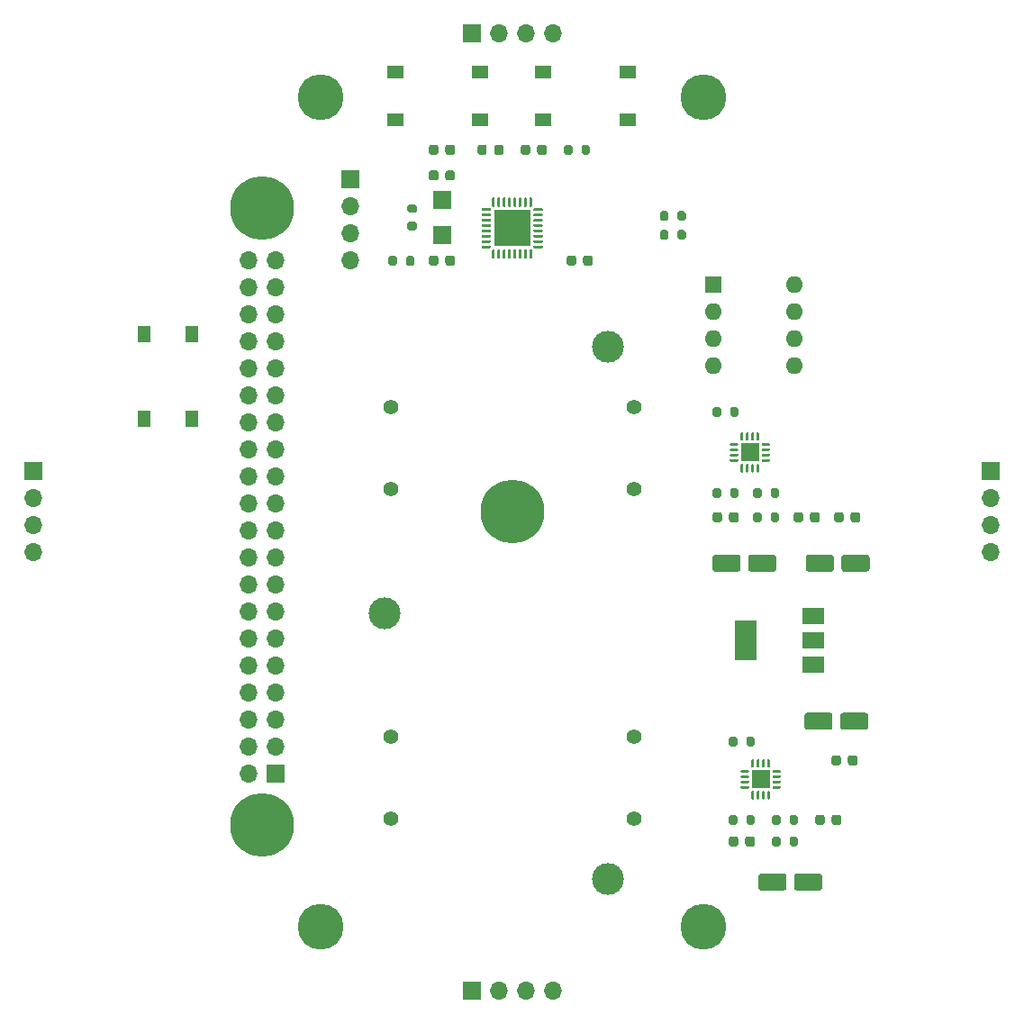
<source format=gbr>
%TF.GenerationSoftware,KiCad,Pcbnew,(5.1.9-0-10_14)*%
%TF.CreationDate,2021-04-10T08:51:35+02:00*%
%TF.ProjectId,clockclock,636c6f63-6b63-46c6-9f63-6b2e6b696361,rev?*%
%TF.SameCoordinates,Original*%
%TF.FileFunction,Soldermask,Top*%
%TF.FilePolarity,Negative*%
%FSLAX46Y46*%
G04 Gerber Fmt 4.6, Leading zero omitted, Abs format (unit mm)*
G04 Created by KiCad (PCBNEW (5.1.9-0-10_14)) date 2021-04-10 08:51:35*
%MOMM*%
%LPD*%
G01*
G04 APERTURE LIST*
%ADD10C,6.000000*%
%ADD11O,1.700000X1.700000*%
%ADD12R,1.700000X1.700000*%
%ADD13C,1.400000*%
%ADD14C,3.000000*%
%ADD15R,2.000000X1.500000*%
%ADD16R,2.000000X3.800000*%
%ADD17R,1.300000X1.550000*%
%ADD18R,1.550000X1.300000*%
%ADD19R,3.450000X3.450000*%
%ADD20R,1.800000X1.750000*%
%ADD21C,4.300000*%
%ADD22O,1.600000X1.600000*%
%ADD23R,1.600000X1.600000*%
G04 APERTURE END LIST*
D10*
%TO.C,J2*%
X-23495000Y28536000D03*
X-23495000Y-29464000D03*
D11*
X-24765000Y23666000D03*
X-22225000Y23666000D03*
X-24765000Y5886000D03*
X-22225000Y5886000D03*
X-24765000Y806000D03*
X-22225000Y806000D03*
X-24765000Y10966000D03*
X-22225000Y10966000D03*
X-24765000Y-16974000D03*
X-22225000Y-16974000D03*
X-24765000Y13506000D03*
X-22225000Y13506000D03*
X-24765000Y-4274000D03*
X-22225000Y-4274000D03*
X-24765000Y18586000D03*
X-22225000Y18586000D03*
X-24765000Y16046000D03*
X-22225000Y16046000D03*
X-24765000Y21126000D03*
X-22225000Y21126000D03*
X-24765000Y-1734000D03*
X-22225000Y-1734000D03*
X-24765000Y-14434000D03*
X-22225000Y-14434000D03*
X-24765000Y-9354000D03*
X-22225000Y-9354000D03*
X-24765000Y8426000D03*
X-22225000Y8426000D03*
X-24765000Y-11894000D03*
X-22225000Y-11894000D03*
X-24765000Y3346000D03*
X-22225000Y3346000D03*
D12*
X-22225000Y-24594000D03*
D11*
X-24765000Y-24594000D03*
X-22225000Y-19514000D03*
X-24765000Y-22054000D03*
X-24765000Y-6814000D03*
X-22225000Y-6814000D03*
X-22225000Y-22054000D03*
X-24765000Y-19514000D03*
%TD*%
D13*
%TO.C,M1*%
X-11430000Y9880000D03*
X-11430000Y2120000D03*
X-11430000Y-21120000D03*
X-11430000Y-28880000D03*
X11430000Y-28880000D03*
X11430000Y-21120000D03*
X11430000Y2120000D03*
X11430000Y9880000D03*
D14*
X9000000Y15500000D03*
X9000000Y-34500000D03*
X-12000000Y-9500000D03*
D10*
X0Y0D03*
%TD*%
D15*
%TO.C,U5*%
X28296000Y-14365000D03*
X28296000Y-9765000D03*
X28296000Y-12065000D03*
D16*
X21996000Y-12065000D03*
%TD*%
%TO.C,C16*%
G36*
G01*
X31821000Y-758000D02*
X31821000Y-258000D01*
G75*
G02*
X32046000Y-33000I225000J0D01*
G01*
X32496000Y-33000D01*
G75*
G02*
X32721000Y-258000I0J-225000D01*
G01*
X32721000Y-758000D01*
G75*
G02*
X32496000Y-983000I-225000J0D01*
G01*
X32046000Y-983000D01*
G75*
G02*
X31821000Y-758000I0J225000D01*
G01*
G37*
G36*
G01*
X30271000Y-758000D02*
X30271000Y-258000D01*
G75*
G02*
X30496000Y-33000I225000J0D01*
G01*
X30946000Y-33000D01*
G75*
G02*
X31171000Y-258000I0J-225000D01*
G01*
X31171000Y-758000D01*
G75*
G02*
X30946000Y-983000I-225000J0D01*
G01*
X30496000Y-983000D01*
G75*
G02*
X30271000Y-758000I0J225000D01*
G01*
G37*
%TD*%
%TO.C,C15*%
G36*
G01*
X30957000Y-5376000D02*
X30957000Y-4276000D01*
G75*
G02*
X31207000Y-4026000I250000J0D01*
G01*
X33357000Y-4026000D01*
G75*
G02*
X33607000Y-4276000I0J-250000D01*
G01*
X33607000Y-5376000D01*
G75*
G02*
X33357000Y-5626000I-250000J0D01*
G01*
X31207000Y-5626000D01*
G75*
G02*
X30957000Y-5376000I0J250000D01*
G01*
G37*
G36*
G01*
X27607000Y-5376000D02*
X27607000Y-4276000D01*
G75*
G02*
X27857000Y-4026000I250000J0D01*
G01*
X30007000Y-4026000D01*
G75*
G02*
X30257000Y-4276000I0J-250000D01*
G01*
X30257000Y-5376000D01*
G75*
G02*
X30007000Y-5626000I-250000J0D01*
G01*
X27857000Y-5626000D01*
G75*
G02*
X27607000Y-5376000I0J250000D01*
G01*
G37*
%TD*%
%TO.C,C14*%
G36*
G01*
X30830000Y-20235000D02*
X30830000Y-19135000D01*
G75*
G02*
X31080000Y-18885000I250000J0D01*
G01*
X33230000Y-18885000D01*
G75*
G02*
X33480000Y-19135000I0J-250000D01*
G01*
X33480000Y-20235000D01*
G75*
G02*
X33230000Y-20485000I-250000J0D01*
G01*
X31080000Y-20485000D01*
G75*
G02*
X30830000Y-20235000I0J250000D01*
G01*
G37*
G36*
G01*
X27480000Y-20235000D02*
X27480000Y-19135000D01*
G75*
G02*
X27730000Y-18885000I250000J0D01*
G01*
X29880000Y-18885000D01*
G75*
G02*
X30130000Y-19135000I0J-250000D01*
G01*
X30130000Y-20235000D01*
G75*
G02*
X29880000Y-20485000I-250000J0D01*
G01*
X27730000Y-20485000D01*
G75*
G02*
X27480000Y-20235000I0J250000D01*
G01*
G37*
%TD*%
%TO.C,C13*%
G36*
G01*
X30917000Y-23118000D02*
X30917000Y-23618000D01*
G75*
G02*
X30692000Y-23843000I-225000J0D01*
G01*
X30242000Y-23843000D01*
G75*
G02*
X30017000Y-23618000I0J225000D01*
G01*
X30017000Y-23118000D01*
G75*
G02*
X30242000Y-22893000I225000J0D01*
G01*
X30692000Y-22893000D01*
G75*
G02*
X30917000Y-23118000I0J-225000D01*
G01*
G37*
G36*
G01*
X32467000Y-23118000D02*
X32467000Y-23618000D01*
G75*
G02*
X32242000Y-23843000I-225000J0D01*
G01*
X31792000Y-23843000D01*
G75*
G02*
X31567000Y-23618000I0J225000D01*
G01*
X31567000Y-23118000D01*
G75*
G02*
X31792000Y-22893000I225000J0D01*
G01*
X32242000Y-22893000D01*
G75*
G02*
X32467000Y-23118000I0J-225000D01*
G01*
G37*
%TD*%
%TO.C,C12*%
G36*
G01*
X22194000Y-5376000D02*
X22194000Y-4276000D01*
G75*
G02*
X22444000Y-4026000I250000J0D01*
G01*
X24594000Y-4026000D01*
G75*
G02*
X24844000Y-4276000I0J-250000D01*
G01*
X24844000Y-5376000D01*
G75*
G02*
X24594000Y-5626000I-250000J0D01*
G01*
X22444000Y-5626000D01*
G75*
G02*
X22194000Y-5376000I0J250000D01*
G01*
G37*
G36*
G01*
X18844000Y-5376000D02*
X18844000Y-4276000D01*
G75*
G02*
X19094000Y-4026000I250000J0D01*
G01*
X21244000Y-4026000D01*
G75*
G02*
X21494000Y-4276000I0J-250000D01*
G01*
X21494000Y-5376000D01*
G75*
G02*
X21244000Y-5626000I-250000J0D01*
G01*
X19094000Y-5626000D01*
G75*
G02*
X18844000Y-5376000I0J250000D01*
G01*
G37*
%TD*%
%TO.C,C10*%
G36*
G01*
X26512000Y-35348000D02*
X26512000Y-34248000D01*
G75*
G02*
X26762000Y-33998000I250000J0D01*
G01*
X28912000Y-33998000D01*
G75*
G02*
X29162000Y-34248000I0J-250000D01*
G01*
X29162000Y-35348000D01*
G75*
G02*
X28912000Y-35598000I-250000J0D01*
G01*
X26762000Y-35598000D01*
G75*
G02*
X26512000Y-35348000I0J250000D01*
G01*
G37*
G36*
G01*
X23162000Y-35348000D02*
X23162000Y-34248000D01*
G75*
G02*
X23412000Y-33998000I250000J0D01*
G01*
X25562000Y-33998000D01*
G75*
G02*
X25812000Y-34248000I0J-250000D01*
G01*
X25812000Y-35348000D01*
G75*
G02*
X25562000Y-35598000I-250000J0D01*
G01*
X23412000Y-35598000D01*
G75*
G02*
X23162000Y-35348000I0J250000D01*
G01*
G37*
%TD*%
%TO.C,C1*%
G36*
G01*
X29393000Y-28706000D02*
X29393000Y-29206000D01*
G75*
G02*
X29168000Y-29431000I-225000J0D01*
G01*
X28718000Y-29431000D01*
G75*
G02*
X28493000Y-29206000I0J225000D01*
G01*
X28493000Y-28706000D01*
G75*
G02*
X28718000Y-28481000I225000J0D01*
G01*
X29168000Y-28481000D01*
G75*
G02*
X29393000Y-28706000I0J-225000D01*
G01*
G37*
G36*
G01*
X30943000Y-28706000D02*
X30943000Y-29206000D01*
G75*
G02*
X30718000Y-29431000I-225000J0D01*
G01*
X30268000Y-29431000D01*
G75*
G02*
X30043000Y-29206000I0J225000D01*
G01*
X30043000Y-28706000D01*
G75*
G02*
X30268000Y-28481000I225000J0D01*
G01*
X30718000Y-28481000D01*
G75*
G02*
X30943000Y-28706000I0J-225000D01*
G01*
G37*
%TD*%
%TO.C,C2*%
G36*
G01*
X27361000Y-258000D02*
X27361000Y-758000D01*
G75*
G02*
X27136000Y-983000I-225000J0D01*
G01*
X26686000Y-983000D01*
G75*
G02*
X26461000Y-758000I0J225000D01*
G01*
X26461000Y-258000D01*
G75*
G02*
X26686000Y-33000I225000J0D01*
G01*
X27136000Y-33000D01*
G75*
G02*
X27361000Y-258000I0J-225000D01*
G01*
G37*
G36*
G01*
X28911000Y-258000D02*
X28911000Y-758000D01*
G75*
G02*
X28686000Y-983000I-225000J0D01*
G01*
X28236000Y-983000D01*
G75*
G02*
X28011000Y-758000I0J225000D01*
G01*
X28011000Y-258000D01*
G75*
G02*
X28236000Y-33000I225000J0D01*
G01*
X28686000Y-33000D01*
G75*
G02*
X28911000Y-258000I0J-225000D01*
G01*
G37*
%TD*%
%TO.C,C4*%
G36*
G01*
X-6279000Y31373000D02*
X-6279000Y31873000D01*
G75*
G02*
X-6054000Y32098000I225000J0D01*
G01*
X-5604000Y32098000D01*
G75*
G02*
X-5379000Y31873000I0J-225000D01*
G01*
X-5379000Y31373000D01*
G75*
G02*
X-5604000Y31148000I-225000J0D01*
G01*
X-6054000Y31148000D01*
G75*
G02*
X-6279000Y31373000I0J225000D01*
G01*
G37*
G36*
G01*
X-7829000Y31373000D02*
X-7829000Y31873000D01*
G75*
G02*
X-7604000Y32098000I225000J0D01*
G01*
X-7154000Y32098000D01*
G75*
G02*
X-6929000Y31873000I0J-225000D01*
G01*
X-6929000Y31373000D01*
G75*
G02*
X-7154000Y31148000I-225000J0D01*
G01*
X-7604000Y31148000D01*
G75*
G02*
X-7829000Y31373000I0J225000D01*
G01*
G37*
%TD*%
%TO.C,C5*%
G36*
G01*
X-6279000Y23372000D02*
X-6279000Y23872000D01*
G75*
G02*
X-6054000Y24097000I225000J0D01*
G01*
X-5604000Y24097000D01*
G75*
G02*
X-5379000Y23872000I0J-225000D01*
G01*
X-5379000Y23372000D01*
G75*
G02*
X-5604000Y23147000I-225000J0D01*
G01*
X-6054000Y23147000D01*
G75*
G02*
X-6279000Y23372000I0J225000D01*
G01*
G37*
G36*
G01*
X-7829000Y23372000D02*
X-7829000Y23872000D01*
G75*
G02*
X-7604000Y24097000I225000J0D01*
G01*
X-7154000Y24097000D01*
G75*
G02*
X-6929000Y23872000I0J-225000D01*
G01*
X-6929000Y23372000D01*
G75*
G02*
X-7154000Y23147000I-225000J0D01*
G01*
X-7604000Y23147000D01*
G75*
G02*
X-7829000Y23372000I0J225000D01*
G01*
G37*
%TD*%
%TO.C,C6*%
G36*
G01*
X2357000Y33786000D02*
X2357000Y34286000D01*
G75*
G02*
X2582000Y34511000I225000J0D01*
G01*
X3032000Y34511000D01*
G75*
G02*
X3257000Y34286000I0J-225000D01*
G01*
X3257000Y33786000D01*
G75*
G02*
X3032000Y33561000I-225000J0D01*
G01*
X2582000Y33561000D01*
G75*
G02*
X2357000Y33786000I0J225000D01*
G01*
G37*
G36*
G01*
X807000Y33786000D02*
X807000Y34286000D01*
G75*
G02*
X1032000Y34511000I225000J0D01*
G01*
X1482000Y34511000D01*
G75*
G02*
X1707000Y34286000I0J-225000D01*
G01*
X1707000Y33786000D01*
G75*
G02*
X1482000Y33561000I-225000J0D01*
G01*
X1032000Y33561000D01*
G75*
G02*
X807000Y33786000I0J225000D01*
G01*
G37*
%TD*%
%TO.C,C7*%
G36*
G01*
X6675000Y23372000D02*
X6675000Y23872000D01*
G75*
G02*
X6900000Y24097000I225000J0D01*
G01*
X7350000Y24097000D01*
G75*
G02*
X7575000Y23872000I0J-225000D01*
G01*
X7575000Y23372000D01*
G75*
G02*
X7350000Y23147000I-225000J0D01*
G01*
X6900000Y23147000D01*
G75*
G02*
X6675000Y23372000I0J225000D01*
G01*
G37*
G36*
G01*
X5125000Y23372000D02*
X5125000Y23872000D01*
G75*
G02*
X5350000Y24097000I225000J0D01*
G01*
X5800000Y24097000D01*
G75*
G02*
X6025000Y23872000I0J-225000D01*
G01*
X6025000Y23372000D01*
G75*
G02*
X5800000Y23147000I-225000J0D01*
G01*
X5350000Y23147000D01*
G75*
G02*
X5125000Y23372000I0J225000D01*
G01*
G37*
%TD*%
%TO.C,C8*%
G36*
G01*
X-6929000Y34286000D02*
X-6929000Y33786000D01*
G75*
G02*
X-7154000Y33561000I-225000J0D01*
G01*
X-7604000Y33561000D01*
G75*
G02*
X-7829000Y33786000I0J225000D01*
G01*
X-7829000Y34286000D01*
G75*
G02*
X-7604000Y34511000I225000J0D01*
G01*
X-7154000Y34511000D01*
G75*
G02*
X-6929000Y34286000I0J-225000D01*
G01*
G37*
G36*
G01*
X-5379000Y34286000D02*
X-5379000Y33786000D01*
G75*
G02*
X-5604000Y33561000I-225000J0D01*
G01*
X-6054000Y33561000D01*
G75*
G02*
X-6279000Y33786000I0J225000D01*
G01*
X-6279000Y34286000D01*
G75*
G02*
X-6054000Y34511000I225000J0D01*
G01*
X-5604000Y34511000D01*
G75*
G02*
X-5379000Y34286000I0J-225000D01*
G01*
G37*
%TD*%
%TO.C,FB1*%
G36*
G01*
X-1682000Y33779750D02*
X-1682000Y34292250D01*
G75*
G02*
X-1463250Y34511000I218750J0D01*
G01*
X-1025750Y34511000D01*
G75*
G02*
X-807000Y34292250I0J-218750D01*
G01*
X-807000Y33779750D01*
G75*
G02*
X-1025750Y33561000I-218750J0D01*
G01*
X-1463250Y33561000D01*
G75*
G02*
X-1682000Y33779750I0J218750D01*
G01*
G37*
G36*
G01*
X-3257000Y33779750D02*
X-3257000Y34292250D01*
G75*
G02*
X-3038250Y34511000I218750J0D01*
G01*
X-2600750Y34511000D01*
G75*
G02*
X-2382000Y34292250I0J-218750D01*
G01*
X-2382000Y33779750D01*
G75*
G02*
X-2600750Y33561000I-218750J0D01*
G01*
X-3038250Y33561000D01*
G75*
G02*
X-3257000Y33779750I0J218750D01*
G01*
G37*
%TD*%
D11*
%TO.C,J1*%
X45000000Y-3810000D03*
X45000000Y-1270000D03*
X45000000Y1270000D03*
D12*
X45000000Y3810000D03*
%TD*%
D11*
%TO.C,J3*%
X3810000Y45000000D03*
X1270000Y45000000D03*
X-1270000Y45000000D03*
D12*
X-3810000Y45000000D03*
%TD*%
D11*
%TO.C,J4*%
X3810000Y-45000000D03*
X1270000Y-45000000D03*
X-1270000Y-45000000D03*
D12*
X-3810000Y-45000000D03*
%TD*%
D11*
%TO.C,J5*%
X-45000000Y-3810000D03*
X-45000000Y-1270000D03*
X-45000000Y1270000D03*
D12*
X-45000000Y3810000D03*
%TD*%
D11*
%TO.C,J6*%
X-15240000Y23622000D03*
X-15240000Y26162000D03*
X-15240000Y28702000D03*
D12*
X-15240000Y31242000D03*
%TD*%
%TO.C,R1*%
G36*
G01*
X25229000Y-30713000D02*
X25229000Y-31263000D01*
G75*
G02*
X25029000Y-31463000I-200000J0D01*
G01*
X24629000Y-31463000D01*
G75*
G02*
X24429000Y-31263000I0J200000D01*
G01*
X24429000Y-30713000D01*
G75*
G02*
X24629000Y-30513000I200000J0D01*
G01*
X25029000Y-30513000D01*
G75*
G02*
X25229000Y-30713000I0J-200000D01*
G01*
G37*
G36*
G01*
X26879000Y-30713000D02*
X26879000Y-31263000D01*
G75*
G02*
X26679000Y-31463000I-200000J0D01*
G01*
X26279000Y-31463000D01*
G75*
G02*
X26079000Y-31263000I0J200000D01*
G01*
X26079000Y-30713000D01*
G75*
G02*
X26279000Y-30513000I200000J0D01*
G01*
X26679000Y-30513000D01*
G75*
G02*
X26879000Y-30713000I0J-200000D01*
G01*
G37*
%TD*%
%TO.C,R2*%
G36*
G01*
X23451000Y-233000D02*
X23451000Y-783000D01*
G75*
G02*
X23251000Y-983000I-200000J0D01*
G01*
X22851000Y-983000D01*
G75*
G02*
X22651000Y-783000I0J200000D01*
G01*
X22651000Y-233000D01*
G75*
G02*
X22851000Y-33000I200000J0D01*
G01*
X23251000Y-33000D01*
G75*
G02*
X23451000Y-233000I0J-200000D01*
G01*
G37*
G36*
G01*
X25101000Y-233000D02*
X25101000Y-783000D01*
G75*
G02*
X24901000Y-983000I-200000J0D01*
G01*
X24501000Y-983000D01*
G75*
G02*
X24301000Y-783000I0J200000D01*
G01*
X24301000Y-233000D01*
G75*
G02*
X24501000Y-33000I200000J0D01*
G01*
X24901000Y-33000D01*
G75*
G02*
X25101000Y-233000I0J-200000D01*
G01*
G37*
%TD*%
%TO.C,R3*%
G36*
G01*
X26079000Y-29231000D02*
X26079000Y-28681000D01*
G75*
G02*
X26279000Y-28481000I200000J0D01*
G01*
X26679000Y-28481000D01*
G75*
G02*
X26879000Y-28681000I0J-200000D01*
G01*
X26879000Y-29231000D01*
G75*
G02*
X26679000Y-29431000I-200000J0D01*
G01*
X26279000Y-29431000D01*
G75*
G02*
X26079000Y-29231000I0J200000D01*
G01*
G37*
G36*
G01*
X24429000Y-29231000D02*
X24429000Y-28681000D01*
G75*
G02*
X24629000Y-28481000I200000J0D01*
G01*
X25029000Y-28481000D01*
G75*
G02*
X25229000Y-28681000I0J-200000D01*
G01*
X25229000Y-29231000D01*
G75*
G02*
X25029000Y-29431000I-200000J0D01*
G01*
X24629000Y-29431000D01*
G75*
G02*
X24429000Y-29231000I0J200000D01*
G01*
G37*
%TD*%
%TO.C,R4*%
G36*
G01*
X24301000Y1503000D02*
X24301000Y2053000D01*
G75*
G02*
X24501000Y2253000I200000J0D01*
G01*
X24901000Y2253000D01*
G75*
G02*
X25101000Y2053000I0J-200000D01*
G01*
X25101000Y1503000D01*
G75*
G02*
X24901000Y1303000I-200000J0D01*
G01*
X24501000Y1303000D01*
G75*
G02*
X24301000Y1503000I0J200000D01*
G01*
G37*
G36*
G01*
X22651000Y1503000D02*
X22651000Y2053000D01*
G75*
G02*
X22851000Y2253000I200000J0D01*
G01*
X23251000Y2253000D01*
G75*
G02*
X23451000Y2053000I0J-200000D01*
G01*
X23451000Y1503000D01*
G75*
G02*
X23251000Y1303000I-200000J0D01*
G01*
X22851000Y1303000D01*
G75*
G02*
X22651000Y1503000I0J200000D01*
G01*
G37*
%TD*%
%TO.C,R5*%
G36*
G01*
X21165000Y-28681000D02*
X21165000Y-29231000D01*
G75*
G02*
X20965000Y-29431000I-200000J0D01*
G01*
X20565000Y-29431000D01*
G75*
G02*
X20365000Y-29231000I0J200000D01*
G01*
X20365000Y-28681000D01*
G75*
G02*
X20565000Y-28481000I200000J0D01*
G01*
X20965000Y-28481000D01*
G75*
G02*
X21165000Y-28681000I0J-200000D01*
G01*
G37*
G36*
G01*
X22815000Y-28681000D02*
X22815000Y-29231000D01*
G75*
G02*
X22615000Y-29431000I-200000J0D01*
G01*
X22215000Y-29431000D01*
G75*
G02*
X22015000Y-29231000I0J200000D01*
G01*
X22015000Y-28681000D01*
G75*
G02*
X22215000Y-28481000I200000J0D01*
G01*
X22615000Y-28481000D01*
G75*
G02*
X22815000Y-28681000I0J-200000D01*
G01*
G37*
%TD*%
%TO.C,R6*%
G36*
G01*
X19641000Y2053000D02*
X19641000Y1503000D01*
G75*
G02*
X19441000Y1303000I-200000J0D01*
G01*
X19041000Y1303000D01*
G75*
G02*
X18841000Y1503000I0J200000D01*
G01*
X18841000Y2053000D01*
G75*
G02*
X19041000Y2253000I200000J0D01*
G01*
X19441000Y2253000D01*
G75*
G02*
X19641000Y2053000I0J-200000D01*
G01*
G37*
G36*
G01*
X21291000Y2053000D02*
X21291000Y1503000D01*
G75*
G02*
X21091000Y1303000I-200000J0D01*
G01*
X20691000Y1303000D01*
G75*
G02*
X20491000Y1503000I0J200000D01*
G01*
X20491000Y2053000D01*
G75*
G02*
X20691000Y2253000I200000J0D01*
G01*
X21091000Y2253000D01*
G75*
G02*
X21291000Y2053000I0J-200000D01*
G01*
G37*
%TD*%
%TO.C,R7*%
G36*
G01*
X21165000Y-21315000D02*
X21165000Y-21865000D01*
G75*
G02*
X20965000Y-22065000I-200000J0D01*
G01*
X20565000Y-22065000D01*
G75*
G02*
X20365000Y-21865000I0J200000D01*
G01*
X20365000Y-21315000D01*
G75*
G02*
X20565000Y-21115000I200000J0D01*
G01*
X20965000Y-21115000D01*
G75*
G02*
X21165000Y-21315000I0J-200000D01*
G01*
G37*
G36*
G01*
X22815000Y-21315000D02*
X22815000Y-21865000D01*
G75*
G02*
X22615000Y-22065000I-200000J0D01*
G01*
X22215000Y-22065000D01*
G75*
G02*
X22015000Y-21865000I0J200000D01*
G01*
X22015000Y-21315000D01*
G75*
G02*
X22215000Y-21115000I200000J0D01*
G01*
X22615000Y-21115000D01*
G75*
G02*
X22815000Y-21315000I0J-200000D01*
G01*
G37*
%TD*%
%TO.C,R8*%
G36*
G01*
X19641000Y9673000D02*
X19641000Y9123000D01*
G75*
G02*
X19441000Y8923000I-200000J0D01*
G01*
X19041000Y8923000D01*
G75*
G02*
X18841000Y9123000I0J200000D01*
G01*
X18841000Y9673000D01*
G75*
G02*
X19041000Y9873000I200000J0D01*
G01*
X19441000Y9873000D01*
G75*
G02*
X19641000Y9673000I0J-200000D01*
G01*
G37*
G36*
G01*
X21291000Y9673000D02*
X21291000Y9123000D01*
G75*
G02*
X21091000Y8923000I-200000J0D01*
G01*
X20691000Y8923000D01*
G75*
G02*
X20491000Y9123000I0J200000D01*
G01*
X20491000Y9673000D01*
G75*
G02*
X20691000Y9873000I200000J0D01*
G01*
X21091000Y9873000D01*
G75*
G02*
X21291000Y9673000I0J-200000D01*
G01*
G37*
%TD*%
%TO.C,R9*%
G36*
G01*
X-9673000Y27261000D02*
X-9123000Y27261000D01*
G75*
G02*
X-8923000Y27061000I0J-200000D01*
G01*
X-8923000Y26661000D01*
G75*
G02*
X-9123000Y26461000I-200000J0D01*
G01*
X-9673000Y26461000D01*
G75*
G02*
X-9873000Y26661000I0J200000D01*
G01*
X-9873000Y27061000D01*
G75*
G02*
X-9673000Y27261000I200000J0D01*
G01*
G37*
G36*
G01*
X-9673000Y28911000D02*
X-9123000Y28911000D01*
G75*
G02*
X-8923000Y28711000I0J-200000D01*
G01*
X-8923000Y28311000D01*
G75*
G02*
X-9123000Y28111000I-200000J0D01*
G01*
X-9673000Y28111000D01*
G75*
G02*
X-9873000Y28311000I0J200000D01*
G01*
X-9873000Y28711000D01*
G75*
G02*
X-9673000Y28911000I200000J0D01*
G01*
G37*
%TD*%
D17*
%TO.C,SW2*%
X-30135000Y16675000D03*
X-34635000Y16675000D03*
X-34635000Y8725000D03*
X-30135000Y8725000D03*
%TD*%
D18*
%TO.C,SW3*%
X-3010000Y36866000D03*
X-3010000Y41366000D03*
X-10960000Y41366000D03*
X-10960000Y36866000D03*
%TD*%
%TO.C,SW4*%
X10833000Y36866000D03*
X10833000Y41366000D03*
X2883000Y41366000D03*
X2883000Y36866000D03*
%TD*%
D12*
%TO.C,U2*%
X23368000Y-25146000D03*
G36*
G01*
X24530500Y-24271000D02*
X25180500Y-24271000D01*
G75*
G02*
X25243000Y-24333500I0J-62500D01*
G01*
X25243000Y-24458500D01*
G75*
G02*
X25180500Y-24521000I-62500J0D01*
G01*
X24530500Y-24521000D01*
G75*
G02*
X24468000Y-24458500I0J62500D01*
G01*
X24468000Y-24333500D01*
G75*
G02*
X24530500Y-24271000I62500J0D01*
G01*
G37*
G36*
G01*
X24530500Y-24771000D02*
X25180500Y-24771000D01*
G75*
G02*
X25243000Y-24833500I0J-62500D01*
G01*
X25243000Y-24958500D01*
G75*
G02*
X25180500Y-25021000I-62500J0D01*
G01*
X24530500Y-25021000D01*
G75*
G02*
X24468000Y-24958500I0J62500D01*
G01*
X24468000Y-24833500D01*
G75*
G02*
X24530500Y-24771000I62500J0D01*
G01*
G37*
G36*
G01*
X24530500Y-25271000D02*
X25180500Y-25271000D01*
G75*
G02*
X25243000Y-25333500I0J-62500D01*
G01*
X25243000Y-25458500D01*
G75*
G02*
X25180500Y-25521000I-62500J0D01*
G01*
X24530500Y-25521000D01*
G75*
G02*
X24468000Y-25458500I0J62500D01*
G01*
X24468000Y-25333500D01*
G75*
G02*
X24530500Y-25271000I62500J0D01*
G01*
G37*
G36*
G01*
X24530500Y-25771000D02*
X25180500Y-25771000D01*
G75*
G02*
X25243000Y-25833500I0J-62500D01*
G01*
X25243000Y-25958500D01*
G75*
G02*
X25180500Y-26021000I-62500J0D01*
G01*
X24530500Y-26021000D01*
G75*
G02*
X24468000Y-25958500I0J62500D01*
G01*
X24468000Y-25833500D01*
G75*
G02*
X24530500Y-25771000I62500J0D01*
G01*
G37*
G36*
G01*
X24055500Y-26246000D02*
X24180500Y-26246000D01*
G75*
G02*
X24243000Y-26308500I0J-62500D01*
G01*
X24243000Y-26958500D01*
G75*
G02*
X24180500Y-27021000I-62500J0D01*
G01*
X24055500Y-27021000D01*
G75*
G02*
X23993000Y-26958500I0J62500D01*
G01*
X23993000Y-26308500D01*
G75*
G02*
X24055500Y-26246000I62500J0D01*
G01*
G37*
G36*
G01*
X23555500Y-26246000D02*
X23680500Y-26246000D01*
G75*
G02*
X23743000Y-26308500I0J-62500D01*
G01*
X23743000Y-26958500D01*
G75*
G02*
X23680500Y-27021000I-62500J0D01*
G01*
X23555500Y-27021000D01*
G75*
G02*
X23493000Y-26958500I0J62500D01*
G01*
X23493000Y-26308500D01*
G75*
G02*
X23555500Y-26246000I62500J0D01*
G01*
G37*
G36*
G01*
X23055500Y-26246000D02*
X23180500Y-26246000D01*
G75*
G02*
X23243000Y-26308500I0J-62500D01*
G01*
X23243000Y-26958500D01*
G75*
G02*
X23180500Y-27021000I-62500J0D01*
G01*
X23055500Y-27021000D01*
G75*
G02*
X22993000Y-26958500I0J62500D01*
G01*
X22993000Y-26308500D01*
G75*
G02*
X23055500Y-26246000I62500J0D01*
G01*
G37*
G36*
G01*
X22555500Y-26246000D02*
X22680500Y-26246000D01*
G75*
G02*
X22743000Y-26308500I0J-62500D01*
G01*
X22743000Y-26958500D01*
G75*
G02*
X22680500Y-27021000I-62500J0D01*
G01*
X22555500Y-27021000D01*
G75*
G02*
X22493000Y-26958500I0J62500D01*
G01*
X22493000Y-26308500D01*
G75*
G02*
X22555500Y-26246000I62500J0D01*
G01*
G37*
G36*
G01*
X21555500Y-25771000D02*
X22205500Y-25771000D01*
G75*
G02*
X22268000Y-25833500I0J-62500D01*
G01*
X22268000Y-25958500D01*
G75*
G02*
X22205500Y-26021000I-62500J0D01*
G01*
X21555500Y-26021000D01*
G75*
G02*
X21493000Y-25958500I0J62500D01*
G01*
X21493000Y-25833500D01*
G75*
G02*
X21555500Y-25771000I62500J0D01*
G01*
G37*
G36*
G01*
X21555500Y-25271000D02*
X22205500Y-25271000D01*
G75*
G02*
X22268000Y-25333500I0J-62500D01*
G01*
X22268000Y-25458500D01*
G75*
G02*
X22205500Y-25521000I-62500J0D01*
G01*
X21555500Y-25521000D01*
G75*
G02*
X21493000Y-25458500I0J62500D01*
G01*
X21493000Y-25333500D01*
G75*
G02*
X21555500Y-25271000I62500J0D01*
G01*
G37*
G36*
G01*
X21555500Y-24771000D02*
X22205500Y-24771000D01*
G75*
G02*
X22268000Y-24833500I0J-62500D01*
G01*
X22268000Y-24958500D01*
G75*
G02*
X22205500Y-25021000I-62500J0D01*
G01*
X21555500Y-25021000D01*
G75*
G02*
X21493000Y-24958500I0J62500D01*
G01*
X21493000Y-24833500D01*
G75*
G02*
X21555500Y-24771000I62500J0D01*
G01*
G37*
G36*
G01*
X21555500Y-24271000D02*
X22205500Y-24271000D01*
G75*
G02*
X22268000Y-24333500I0J-62500D01*
G01*
X22268000Y-24458500D01*
G75*
G02*
X22205500Y-24521000I-62500J0D01*
G01*
X21555500Y-24521000D01*
G75*
G02*
X21493000Y-24458500I0J62500D01*
G01*
X21493000Y-24333500D01*
G75*
G02*
X21555500Y-24271000I62500J0D01*
G01*
G37*
G36*
G01*
X22555500Y-23271000D02*
X22680500Y-23271000D01*
G75*
G02*
X22743000Y-23333500I0J-62500D01*
G01*
X22743000Y-23983500D01*
G75*
G02*
X22680500Y-24046000I-62500J0D01*
G01*
X22555500Y-24046000D01*
G75*
G02*
X22493000Y-23983500I0J62500D01*
G01*
X22493000Y-23333500D01*
G75*
G02*
X22555500Y-23271000I62500J0D01*
G01*
G37*
G36*
G01*
X23055500Y-23271000D02*
X23180500Y-23271000D01*
G75*
G02*
X23243000Y-23333500I0J-62500D01*
G01*
X23243000Y-23983500D01*
G75*
G02*
X23180500Y-24046000I-62500J0D01*
G01*
X23055500Y-24046000D01*
G75*
G02*
X22993000Y-23983500I0J62500D01*
G01*
X22993000Y-23333500D01*
G75*
G02*
X23055500Y-23271000I62500J0D01*
G01*
G37*
G36*
G01*
X23555500Y-23271000D02*
X23680500Y-23271000D01*
G75*
G02*
X23743000Y-23333500I0J-62500D01*
G01*
X23743000Y-23983500D01*
G75*
G02*
X23680500Y-24046000I-62500J0D01*
G01*
X23555500Y-24046000D01*
G75*
G02*
X23493000Y-23983500I0J62500D01*
G01*
X23493000Y-23333500D01*
G75*
G02*
X23555500Y-23271000I62500J0D01*
G01*
G37*
G36*
G01*
X24055500Y-23271000D02*
X24180500Y-23271000D01*
G75*
G02*
X24243000Y-23333500I0J-62500D01*
G01*
X24243000Y-23983500D01*
G75*
G02*
X24180500Y-24046000I-62500J0D01*
G01*
X24055500Y-24046000D01*
G75*
G02*
X23993000Y-23983500I0J62500D01*
G01*
X23993000Y-23333500D01*
G75*
G02*
X24055500Y-23271000I62500J0D01*
G01*
G37*
%TD*%
%TO.C,U3*%
X22352000Y5588000D03*
G36*
G01*
X23514500Y6463000D02*
X24164500Y6463000D01*
G75*
G02*
X24227000Y6400500I0J-62500D01*
G01*
X24227000Y6275500D01*
G75*
G02*
X24164500Y6213000I-62500J0D01*
G01*
X23514500Y6213000D01*
G75*
G02*
X23452000Y6275500I0J62500D01*
G01*
X23452000Y6400500D01*
G75*
G02*
X23514500Y6463000I62500J0D01*
G01*
G37*
G36*
G01*
X23514500Y5963000D02*
X24164500Y5963000D01*
G75*
G02*
X24227000Y5900500I0J-62500D01*
G01*
X24227000Y5775500D01*
G75*
G02*
X24164500Y5713000I-62500J0D01*
G01*
X23514500Y5713000D01*
G75*
G02*
X23452000Y5775500I0J62500D01*
G01*
X23452000Y5900500D01*
G75*
G02*
X23514500Y5963000I62500J0D01*
G01*
G37*
G36*
G01*
X23514500Y5463000D02*
X24164500Y5463000D01*
G75*
G02*
X24227000Y5400500I0J-62500D01*
G01*
X24227000Y5275500D01*
G75*
G02*
X24164500Y5213000I-62500J0D01*
G01*
X23514500Y5213000D01*
G75*
G02*
X23452000Y5275500I0J62500D01*
G01*
X23452000Y5400500D01*
G75*
G02*
X23514500Y5463000I62500J0D01*
G01*
G37*
G36*
G01*
X23514500Y4963000D02*
X24164500Y4963000D01*
G75*
G02*
X24227000Y4900500I0J-62500D01*
G01*
X24227000Y4775500D01*
G75*
G02*
X24164500Y4713000I-62500J0D01*
G01*
X23514500Y4713000D01*
G75*
G02*
X23452000Y4775500I0J62500D01*
G01*
X23452000Y4900500D01*
G75*
G02*
X23514500Y4963000I62500J0D01*
G01*
G37*
G36*
G01*
X23039500Y4488000D02*
X23164500Y4488000D01*
G75*
G02*
X23227000Y4425500I0J-62500D01*
G01*
X23227000Y3775500D01*
G75*
G02*
X23164500Y3713000I-62500J0D01*
G01*
X23039500Y3713000D01*
G75*
G02*
X22977000Y3775500I0J62500D01*
G01*
X22977000Y4425500D01*
G75*
G02*
X23039500Y4488000I62500J0D01*
G01*
G37*
G36*
G01*
X22539500Y4488000D02*
X22664500Y4488000D01*
G75*
G02*
X22727000Y4425500I0J-62500D01*
G01*
X22727000Y3775500D01*
G75*
G02*
X22664500Y3713000I-62500J0D01*
G01*
X22539500Y3713000D01*
G75*
G02*
X22477000Y3775500I0J62500D01*
G01*
X22477000Y4425500D01*
G75*
G02*
X22539500Y4488000I62500J0D01*
G01*
G37*
G36*
G01*
X22039500Y4488000D02*
X22164500Y4488000D01*
G75*
G02*
X22227000Y4425500I0J-62500D01*
G01*
X22227000Y3775500D01*
G75*
G02*
X22164500Y3713000I-62500J0D01*
G01*
X22039500Y3713000D01*
G75*
G02*
X21977000Y3775500I0J62500D01*
G01*
X21977000Y4425500D01*
G75*
G02*
X22039500Y4488000I62500J0D01*
G01*
G37*
G36*
G01*
X21539500Y4488000D02*
X21664500Y4488000D01*
G75*
G02*
X21727000Y4425500I0J-62500D01*
G01*
X21727000Y3775500D01*
G75*
G02*
X21664500Y3713000I-62500J0D01*
G01*
X21539500Y3713000D01*
G75*
G02*
X21477000Y3775500I0J62500D01*
G01*
X21477000Y4425500D01*
G75*
G02*
X21539500Y4488000I62500J0D01*
G01*
G37*
G36*
G01*
X20539500Y4963000D02*
X21189500Y4963000D01*
G75*
G02*
X21252000Y4900500I0J-62500D01*
G01*
X21252000Y4775500D01*
G75*
G02*
X21189500Y4713000I-62500J0D01*
G01*
X20539500Y4713000D01*
G75*
G02*
X20477000Y4775500I0J62500D01*
G01*
X20477000Y4900500D01*
G75*
G02*
X20539500Y4963000I62500J0D01*
G01*
G37*
G36*
G01*
X20539500Y5463000D02*
X21189500Y5463000D01*
G75*
G02*
X21252000Y5400500I0J-62500D01*
G01*
X21252000Y5275500D01*
G75*
G02*
X21189500Y5213000I-62500J0D01*
G01*
X20539500Y5213000D01*
G75*
G02*
X20477000Y5275500I0J62500D01*
G01*
X20477000Y5400500D01*
G75*
G02*
X20539500Y5463000I62500J0D01*
G01*
G37*
G36*
G01*
X20539500Y5963000D02*
X21189500Y5963000D01*
G75*
G02*
X21252000Y5900500I0J-62500D01*
G01*
X21252000Y5775500D01*
G75*
G02*
X21189500Y5713000I-62500J0D01*
G01*
X20539500Y5713000D01*
G75*
G02*
X20477000Y5775500I0J62500D01*
G01*
X20477000Y5900500D01*
G75*
G02*
X20539500Y5963000I62500J0D01*
G01*
G37*
G36*
G01*
X20539500Y6463000D02*
X21189500Y6463000D01*
G75*
G02*
X21252000Y6400500I0J-62500D01*
G01*
X21252000Y6275500D01*
G75*
G02*
X21189500Y6213000I-62500J0D01*
G01*
X20539500Y6213000D01*
G75*
G02*
X20477000Y6275500I0J62500D01*
G01*
X20477000Y6400500D01*
G75*
G02*
X20539500Y6463000I62500J0D01*
G01*
G37*
G36*
G01*
X21539500Y7463000D02*
X21664500Y7463000D01*
G75*
G02*
X21727000Y7400500I0J-62500D01*
G01*
X21727000Y6750500D01*
G75*
G02*
X21664500Y6688000I-62500J0D01*
G01*
X21539500Y6688000D01*
G75*
G02*
X21477000Y6750500I0J62500D01*
G01*
X21477000Y7400500D01*
G75*
G02*
X21539500Y7463000I62500J0D01*
G01*
G37*
G36*
G01*
X22039500Y7463000D02*
X22164500Y7463000D01*
G75*
G02*
X22227000Y7400500I0J-62500D01*
G01*
X22227000Y6750500D01*
G75*
G02*
X22164500Y6688000I-62500J0D01*
G01*
X22039500Y6688000D01*
G75*
G02*
X21977000Y6750500I0J62500D01*
G01*
X21977000Y7400500D01*
G75*
G02*
X22039500Y7463000I62500J0D01*
G01*
G37*
G36*
G01*
X22539500Y7463000D02*
X22664500Y7463000D01*
G75*
G02*
X22727000Y7400500I0J-62500D01*
G01*
X22727000Y6750500D01*
G75*
G02*
X22664500Y6688000I-62500J0D01*
G01*
X22539500Y6688000D01*
G75*
G02*
X22477000Y6750500I0J62500D01*
G01*
X22477000Y7400500D01*
G75*
G02*
X22539500Y7463000I62500J0D01*
G01*
G37*
G36*
G01*
X23039500Y7463000D02*
X23164500Y7463000D01*
G75*
G02*
X23227000Y7400500I0J-62500D01*
G01*
X23227000Y6750500D01*
G75*
G02*
X23164500Y6688000I-62500J0D01*
G01*
X23039500Y6688000D01*
G75*
G02*
X22977000Y6750500I0J62500D01*
G01*
X22977000Y7400500D01*
G75*
G02*
X23039500Y7463000I62500J0D01*
G01*
G37*
%TD*%
D19*
%TO.C,U4*%
X0Y26670000D03*
G36*
G01*
X-1875000Y28732500D02*
X-1875000Y29482500D01*
G75*
G02*
X-1812500Y29545000I62500J0D01*
G01*
X-1687500Y29545000D01*
G75*
G02*
X-1625000Y29482500I0J-62500D01*
G01*
X-1625000Y28732500D01*
G75*
G02*
X-1687500Y28670000I-62500J0D01*
G01*
X-1812500Y28670000D01*
G75*
G02*
X-1875000Y28732500I0J62500D01*
G01*
G37*
G36*
G01*
X-1375000Y28732500D02*
X-1375000Y29482500D01*
G75*
G02*
X-1312500Y29545000I62500J0D01*
G01*
X-1187500Y29545000D01*
G75*
G02*
X-1125000Y29482500I0J-62500D01*
G01*
X-1125000Y28732500D01*
G75*
G02*
X-1187500Y28670000I-62500J0D01*
G01*
X-1312500Y28670000D01*
G75*
G02*
X-1375000Y28732500I0J62500D01*
G01*
G37*
G36*
G01*
X-875000Y28732500D02*
X-875000Y29482500D01*
G75*
G02*
X-812500Y29545000I62500J0D01*
G01*
X-687500Y29545000D01*
G75*
G02*
X-625000Y29482500I0J-62500D01*
G01*
X-625000Y28732500D01*
G75*
G02*
X-687500Y28670000I-62500J0D01*
G01*
X-812500Y28670000D01*
G75*
G02*
X-875000Y28732500I0J62500D01*
G01*
G37*
G36*
G01*
X-375000Y28732500D02*
X-375000Y29482500D01*
G75*
G02*
X-312500Y29545000I62500J0D01*
G01*
X-187500Y29545000D01*
G75*
G02*
X-125000Y29482500I0J-62500D01*
G01*
X-125000Y28732500D01*
G75*
G02*
X-187500Y28670000I-62500J0D01*
G01*
X-312500Y28670000D01*
G75*
G02*
X-375000Y28732500I0J62500D01*
G01*
G37*
G36*
G01*
X125000Y28732500D02*
X125000Y29482500D01*
G75*
G02*
X187500Y29545000I62500J0D01*
G01*
X312500Y29545000D01*
G75*
G02*
X375000Y29482500I0J-62500D01*
G01*
X375000Y28732500D01*
G75*
G02*
X312500Y28670000I-62500J0D01*
G01*
X187500Y28670000D01*
G75*
G02*
X125000Y28732500I0J62500D01*
G01*
G37*
G36*
G01*
X625000Y28732500D02*
X625000Y29482500D01*
G75*
G02*
X687500Y29545000I62500J0D01*
G01*
X812500Y29545000D01*
G75*
G02*
X875000Y29482500I0J-62500D01*
G01*
X875000Y28732500D01*
G75*
G02*
X812500Y28670000I-62500J0D01*
G01*
X687500Y28670000D01*
G75*
G02*
X625000Y28732500I0J62500D01*
G01*
G37*
G36*
G01*
X1125000Y28732500D02*
X1125000Y29482500D01*
G75*
G02*
X1187500Y29545000I62500J0D01*
G01*
X1312500Y29545000D01*
G75*
G02*
X1375000Y29482500I0J-62500D01*
G01*
X1375000Y28732500D01*
G75*
G02*
X1312500Y28670000I-62500J0D01*
G01*
X1187500Y28670000D01*
G75*
G02*
X1125000Y28732500I0J62500D01*
G01*
G37*
G36*
G01*
X1625000Y28732500D02*
X1625000Y29482500D01*
G75*
G02*
X1687500Y29545000I62500J0D01*
G01*
X1812500Y29545000D01*
G75*
G02*
X1875000Y29482500I0J-62500D01*
G01*
X1875000Y28732500D01*
G75*
G02*
X1812500Y28670000I-62500J0D01*
G01*
X1687500Y28670000D01*
G75*
G02*
X1625000Y28732500I0J62500D01*
G01*
G37*
G36*
G01*
X2000000Y28357500D02*
X2000000Y28482500D01*
G75*
G02*
X2062500Y28545000I62500J0D01*
G01*
X2812500Y28545000D01*
G75*
G02*
X2875000Y28482500I0J-62500D01*
G01*
X2875000Y28357500D01*
G75*
G02*
X2812500Y28295000I-62500J0D01*
G01*
X2062500Y28295000D01*
G75*
G02*
X2000000Y28357500I0J62500D01*
G01*
G37*
G36*
G01*
X2000000Y27857500D02*
X2000000Y27982500D01*
G75*
G02*
X2062500Y28045000I62500J0D01*
G01*
X2812500Y28045000D01*
G75*
G02*
X2875000Y27982500I0J-62500D01*
G01*
X2875000Y27857500D01*
G75*
G02*
X2812500Y27795000I-62500J0D01*
G01*
X2062500Y27795000D01*
G75*
G02*
X2000000Y27857500I0J62500D01*
G01*
G37*
G36*
G01*
X2000000Y27357500D02*
X2000000Y27482500D01*
G75*
G02*
X2062500Y27545000I62500J0D01*
G01*
X2812500Y27545000D01*
G75*
G02*
X2875000Y27482500I0J-62500D01*
G01*
X2875000Y27357500D01*
G75*
G02*
X2812500Y27295000I-62500J0D01*
G01*
X2062500Y27295000D01*
G75*
G02*
X2000000Y27357500I0J62500D01*
G01*
G37*
G36*
G01*
X2000000Y26857500D02*
X2000000Y26982500D01*
G75*
G02*
X2062500Y27045000I62500J0D01*
G01*
X2812500Y27045000D01*
G75*
G02*
X2875000Y26982500I0J-62500D01*
G01*
X2875000Y26857500D01*
G75*
G02*
X2812500Y26795000I-62500J0D01*
G01*
X2062500Y26795000D01*
G75*
G02*
X2000000Y26857500I0J62500D01*
G01*
G37*
G36*
G01*
X2000000Y26357500D02*
X2000000Y26482500D01*
G75*
G02*
X2062500Y26545000I62500J0D01*
G01*
X2812500Y26545000D01*
G75*
G02*
X2875000Y26482500I0J-62500D01*
G01*
X2875000Y26357500D01*
G75*
G02*
X2812500Y26295000I-62500J0D01*
G01*
X2062500Y26295000D01*
G75*
G02*
X2000000Y26357500I0J62500D01*
G01*
G37*
G36*
G01*
X2000000Y25857500D02*
X2000000Y25982500D01*
G75*
G02*
X2062500Y26045000I62500J0D01*
G01*
X2812500Y26045000D01*
G75*
G02*
X2875000Y25982500I0J-62500D01*
G01*
X2875000Y25857500D01*
G75*
G02*
X2812500Y25795000I-62500J0D01*
G01*
X2062500Y25795000D01*
G75*
G02*
X2000000Y25857500I0J62500D01*
G01*
G37*
G36*
G01*
X2000000Y25357500D02*
X2000000Y25482500D01*
G75*
G02*
X2062500Y25545000I62500J0D01*
G01*
X2812500Y25545000D01*
G75*
G02*
X2875000Y25482500I0J-62500D01*
G01*
X2875000Y25357500D01*
G75*
G02*
X2812500Y25295000I-62500J0D01*
G01*
X2062500Y25295000D01*
G75*
G02*
X2000000Y25357500I0J62500D01*
G01*
G37*
G36*
G01*
X2000000Y24857500D02*
X2000000Y24982500D01*
G75*
G02*
X2062500Y25045000I62500J0D01*
G01*
X2812500Y25045000D01*
G75*
G02*
X2875000Y24982500I0J-62500D01*
G01*
X2875000Y24857500D01*
G75*
G02*
X2812500Y24795000I-62500J0D01*
G01*
X2062500Y24795000D01*
G75*
G02*
X2000000Y24857500I0J62500D01*
G01*
G37*
G36*
G01*
X1625000Y23857500D02*
X1625000Y24607500D01*
G75*
G02*
X1687500Y24670000I62500J0D01*
G01*
X1812500Y24670000D01*
G75*
G02*
X1875000Y24607500I0J-62500D01*
G01*
X1875000Y23857500D01*
G75*
G02*
X1812500Y23795000I-62500J0D01*
G01*
X1687500Y23795000D01*
G75*
G02*
X1625000Y23857500I0J62500D01*
G01*
G37*
G36*
G01*
X1125000Y23857500D02*
X1125000Y24607500D01*
G75*
G02*
X1187500Y24670000I62500J0D01*
G01*
X1312500Y24670000D01*
G75*
G02*
X1375000Y24607500I0J-62500D01*
G01*
X1375000Y23857500D01*
G75*
G02*
X1312500Y23795000I-62500J0D01*
G01*
X1187500Y23795000D01*
G75*
G02*
X1125000Y23857500I0J62500D01*
G01*
G37*
G36*
G01*
X625000Y23857500D02*
X625000Y24607500D01*
G75*
G02*
X687500Y24670000I62500J0D01*
G01*
X812500Y24670000D01*
G75*
G02*
X875000Y24607500I0J-62500D01*
G01*
X875000Y23857500D01*
G75*
G02*
X812500Y23795000I-62500J0D01*
G01*
X687500Y23795000D01*
G75*
G02*
X625000Y23857500I0J62500D01*
G01*
G37*
G36*
G01*
X125000Y23857500D02*
X125000Y24607500D01*
G75*
G02*
X187500Y24670000I62500J0D01*
G01*
X312500Y24670000D01*
G75*
G02*
X375000Y24607500I0J-62500D01*
G01*
X375000Y23857500D01*
G75*
G02*
X312500Y23795000I-62500J0D01*
G01*
X187500Y23795000D01*
G75*
G02*
X125000Y23857500I0J62500D01*
G01*
G37*
G36*
G01*
X-375000Y23857500D02*
X-375000Y24607500D01*
G75*
G02*
X-312500Y24670000I62500J0D01*
G01*
X-187500Y24670000D01*
G75*
G02*
X-125000Y24607500I0J-62500D01*
G01*
X-125000Y23857500D01*
G75*
G02*
X-187500Y23795000I-62500J0D01*
G01*
X-312500Y23795000D01*
G75*
G02*
X-375000Y23857500I0J62500D01*
G01*
G37*
G36*
G01*
X-875000Y23857500D02*
X-875000Y24607500D01*
G75*
G02*
X-812500Y24670000I62500J0D01*
G01*
X-687500Y24670000D01*
G75*
G02*
X-625000Y24607500I0J-62500D01*
G01*
X-625000Y23857500D01*
G75*
G02*
X-687500Y23795000I-62500J0D01*
G01*
X-812500Y23795000D01*
G75*
G02*
X-875000Y23857500I0J62500D01*
G01*
G37*
G36*
G01*
X-1375000Y23857500D02*
X-1375000Y24607500D01*
G75*
G02*
X-1312500Y24670000I62500J0D01*
G01*
X-1187500Y24670000D01*
G75*
G02*
X-1125000Y24607500I0J-62500D01*
G01*
X-1125000Y23857500D01*
G75*
G02*
X-1187500Y23795000I-62500J0D01*
G01*
X-1312500Y23795000D01*
G75*
G02*
X-1375000Y23857500I0J62500D01*
G01*
G37*
G36*
G01*
X-1875000Y23857500D02*
X-1875000Y24607500D01*
G75*
G02*
X-1812500Y24670000I62500J0D01*
G01*
X-1687500Y24670000D01*
G75*
G02*
X-1625000Y24607500I0J-62500D01*
G01*
X-1625000Y23857500D01*
G75*
G02*
X-1687500Y23795000I-62500J0D01*
G01*
X-1812500Y23795000D01*
G75*
G02*
X-1875000Y23857500I0J62500D01*
G01*
G37*
G36*
G01*
X-2875000Y24857500D02*
X-2875000Y24982500D01*
G75*
G02*
X-2812500Y25045000I62500J0D01*
G01*
X-2062500Y25045000D01*
G75*
G02*
X-2000000Y24982500I0J-62500D01*
G01*
X-2000000Y24857500D01*
G75*
G02*
X-2062500Y24795000I-62500J0D01*
G01*
X-2812500Y24795000D01*
G75*
G02*
X-2875000Y24857500I0J62500D01*
G01*
G37*
G36*
G01*
X-2875000Y25357500D02*
X-2875000Y25482500D01*
G75*
G02*
X-2812500Y25545000I62500J0D01*
G01*
X-2062500Y25545000D01*
G75*
G02*
X-2000000Y25482500I0J-62500D01*
G01*
X-2000000Y25357500D01*
G75*
G02*
X-2062500Y25295000I-62500J0D01*
G01*
X-2812500Y25295000D01*
G75*
G02*
X-2875000Y25357500I0J62500D01*
G01*
G37*
G36*
G01*
X-2875000Y25857500D02*
X-2875000Y25982500D01*
G75*
G02*
X-2812500Y26045000I62500J0D01*
G01*
X-2062500Y26045000D01*
G75*
G02*
X-2000000Y25982500I0J-62500D01*
G01*
X-2000000Y25857500D01*
G75*
G02*
X-2062500Y25795000I-62500J0D01*
G01*
X-2812500Y25795000D01*
G75*
G02*
X-2875000Y25857500I0J62500D01*
G01*
G37*
G36*
G01*
X-2875000Y26357500D02*
X-2875000Y26482500D01*
G75*
G02*
X-2812500Y26545000I62500J0D01*
G01*
X-2062500Y26545000D01*
G75*
G02*
X-2000000Y26482500I0J-62500D01*
G01*
X-2000000Y26357500D01*
G75*
G02*
X-2062500Y26295000I-62500J0D01*
G01*
X-2812500Y26295000D01*
G75*
G02*
X-2875000Y26357500I0J62500D01*
G01*
G37*
G36*
G01*
X-2875000Y26857500D02*
X-2875000Y26982500D01*
G75*
G02*
X-2812500Y27045000I62500J0D01*
G01*
X-2062500Y27045000D01*
G75*
G02*
X-2000000Y26982500I0J-62500D01*
G01*
X-2000000Y26857500D01*
G75*
G02*
X-2062500Y26795000I-62500J0D01*
G01*
X-2812500Y26795000D01*
G75*
G02*
X-2875000Y26857500I0J62500D01*
G01*
G37*
G36*
G01*
X-2875000Y27357500D02*
X-2875000Y27482500D01*
G75*
G02*
X-2812500Y27545000I62500J0D01*
G01*
X-2062500Y27545000D01*
G75*
G02*
X-2000000Y27482500I0J-62500D01*
G01*
X-2000000Y27357500D01*
G75*
G02*
X-2062500Y27295000I-62500J0D01*
G01*
X-2812500Y27295000D01*
G75*
G02*
X-2875000Y27357500I0J62500D01*
G01*
G37*
G36*
G01*
X-2875000Y27857500D02*
X-2875000Y27982500D01*
G75*
G02*
X-2812500Y28045000I62500J0D01*
G01*
X-2062500Y28045000D01*
G75*
G02*
X-2000000Y27982500I0J-62500D01*
G01*
X-2000000Y27857500D01*
G75*
G02*
X-2062500Y27795000I-62500J0D01*
G01*
X-2812500Y27795000D01*
G75*
G02*
X-2875000Y27857500I0J62500D01*
G01*
G37*
G36*
G01*
X-2875000Y28357500D02*
X-2875000Y28482500D01*
G75*
G02*
X-2812500Y28545000I62500J0D01*
G01*
X-2062500Y28545000D01*
G75*
G02*
X-2000000Y28482500I0J-62500D01*
G01*
X-2000000Y28357500D01*
G75*
G02*
X-2062500Y28295000I-62500J0D01*
G01*
X-2812500Y28295000D01*
G75*
G02*
X-2875000Y28357500I0J62500D01*
G01*
G37*
%TD*%
D20*
%TO.C,Y1*%
X-6604000Y26061000D03*
X-6604000Y29311000D03*
%TD*%
D21*
%TO.C,H1*%
X-18000000Y39000000D03*
%TD*%
%TO.C,H2*%
X18000000Y39000000D03*
%TD*%
%TO.C,H3*%
X-18000000Y-39000000D03*
%TD*%
%TO.C,H4*%
X18000000Y-39000000D03*
%TD*%
%TO.C,C9*%
G36*
G01*
X20391000Y-758000D02*
X20391000Y-258000D01*
G75*
G02*
X20616000Y-33000I225000J0D01*
G01*
X21066000Y-33000D01*
G75*
G02*
X21291000Y-258000I0J-225000D01*
G01*
X21291000Y-758000D01*
G75*
G02*
X21066000Y-983000I-225000J0D01*
G01*
X20616000Y-983000D01*
G75*
G02*
X20391000Y-758000I0J225000D01*
G01*
G37*
G36*
G01*
X18841000Y-758000D02*
X18841000Y-258000D01*
G75*
G02*
X19066000Y-33000I225000J0D01*
G01*
X19516000Y-33000D01*
G75*
G02*
X19741000Y-258000I0J-225000D01*
G01*
X19741000Y-758000D01*
G75*
G02*
X19516000Y-983000I-225000J0D01*
G01*
X19066000Y-983000D01*
G75*
G02*
X18841000Y-758000I0J225000D01*
G01*
G37*
%TD*%
%TO.C,C11*%
G36*
G01*
X21915000Y-31238000D02*
X21915000Y-30738000D01*
G75*
G02*
X22140000Y-30513000I225000J0D01*
G01*
X22590000Y-30513000D01*
G75*
G02*
X22815000Y-30738000I0J-225000D01*
G01*
X22815000Y-31238000D01*
G75*
G02*
X22590000Y-31463000I-225000J0D01*
G01*
X22140000Y-31463000D01*
G75*
G02*
X21915000Y-31238000I0J225000D01*
G01*
G37*
G36*
G01*
X20365000Y-31238000D02*
X20365000Y-30738000D01*
G75*
G02*
X20590000Y-30513000I225000J0D01*
G01*
X21040000Y-30513000D01*
G75*
G02*
X21265000Y-30738000I0J-225000D01*
G01*
X21265000Y-31238000D01*
G75*
G02*
X21040000Y-31463000I-225000J0D01*
G01*
X20590000Y-31463000D01*
G75*
G02*
X20365000Y-31238000I0J225000D01*
G01*
G37*
%TD*%
%TO.C,R10*%
G36*
G01*
X14688000Y28088000D02*
X14688000Y27538000D01*
G75*
G02*
X14488000Y27338000I-200000J0D01*
G01*
X14088000Y27338000D01*
G75*
G02*
X13888000Y27538000I0J200000D01*
G01*
X13888000Y28088000D01*
G75*
G02*
X14088000Y28288000I200000J0D01*
G01*
X14488000Y28288000D01*
G75*
G02*
X14688000Y28088000I0J-200000D01*
G01*
G37*
G36*
G01*
X16338000Y28088000D02*
X16338000Y27538000D01*
G75*
G02*
X16138000Y27338000I-200000J0D01*
G01*
X15738000Y27338000D01*
G75*
G02*
X15538000Y27538000I0J200000D01*
G01*
X15538000Y28088000D01*
G75*
G02*
X15738000Y28288000I200000J0D01*
G01*
X16138000Y28288000D01*
G75*
G02*
X16338000Y28088000I0J-200000D01*
G01*
G37*
%TD*%
%TO.C,R11*%
G36*
G01*
X14688000Y26310000D02*
X14688000Y25760000D01*
G75*
G02*
X14488000Y25560000I-200000J0D01*
G01*
X14088000Y25560000D01*
G75*
G02*
X13888000Y25760000I0J200000D01*
G01*
X13888000Y26310000D01*
G75*
G02*
X14088000Y26510000I200000J0D01*
G01*
X14488000Y26510000D01*
G75*
G02*
X14688000Y26310000I0J-200000D01*
G01*
G37*
G36*
G01*
X16338000Y26310000D02*
X16338000Y25760000D01*
G75*
G02*
X16138000Y25560000I-200000J0D01*
G01*
X15738000Y25560000D01*
G75*
G02*
X15538000Y25760000I0J200000D01*
G01*
X15538000Y26310000D01*
G75*
G02*
X15738000Y26510000I200000J0D01*
G01*
X16138000Y26510000D01*
G75*
G02*
X16338000Y26310000I0J-200000D01*
G01*
G37*
%TD*%
%TO.C,R12*%
G36*
G01*
X6521000Y33761000D02*
X6521000Y34311000D01*
G75*
G02*
X6721000Y34511000I200000J0D01*
G01*
X7121000Y34511000D01*
G75*
G02*
X7321000Y34311000I0J-200000D01*
G01*
X7321000Y33761000D01*
G75*
G02*
X7121000Y33561000I-200000J0D01*
G01*
X6721000Y33561000D01*
G75*
G02*
X6521000Y33761000I0J200000D01*
G01*
G37*
G36*
G01*
X4871000Y33761000D02*
X4871000Y34311000D01*
G75*
G02*
X5071000Y34511000I200000J0D01*
G01*
X5471000Y34511000D01*
G75*
G02*
X5671000Y34311000I0J-200000D01*
G01*
X5671000Y33761000D01*
G75*
G02*
X5471000Y33561000I-200000J0D01*
G01*
X5071000Y33561000D01*
G75*
G02*
X4871000Y33761000I0J200000D01*
G01*
G37*
%TD*%
%TO.C,R13*%
G36*
G01*
X-10839000Y23871600D02*
X-10839000Y23321600D01*
G75*
G02*
X-11039000Y23121600I-200000J0D01*
G01*
X-11439000Y23121600D01*
G75*
G02*
X-11639000Y23321600I0J200000D01*
G01*
X-11639000Y23871600D01*
G75*
G02*
X-11439000Y24071600I200000J0D01*
G01*
X-11039000Y24071600D01*
G75*
G02*
X-10839000Y23871600I0J-200000D01*
G01*
G37*
G36*
G01*
X-9189000Y23871600D02*
X-9189000Y23321600D01*
G75*
G02*
X-9389000Y23121600I-200000J0D01*
G01*
X-9789000Y23121600D01*
G75*
G02*
X-9989000Y23321600I0J200000D01*
G01*
X-9989000Y23871600D01*
G75*
G02*
X-9789000Y24071600I200000J0D01*
G01*
X-9389000Y24071600D01*
G75*
G02*
X-9189000Y23871600I0J-200000D01*
G01*
G37*
%TD*%
D22*
%TO.C,SW1*%
X26543000Y21336000D03*
X18923000Y13716000D03*
X26543000Y18796000D03*
X18923000Y16256000D03*
X26543000Y16256000D03*
X18923000Y18796000D03*
X26543000Y13716000D03*
D23*
X18923000Y21336000D03*
%TD*%
M02*

</source>
